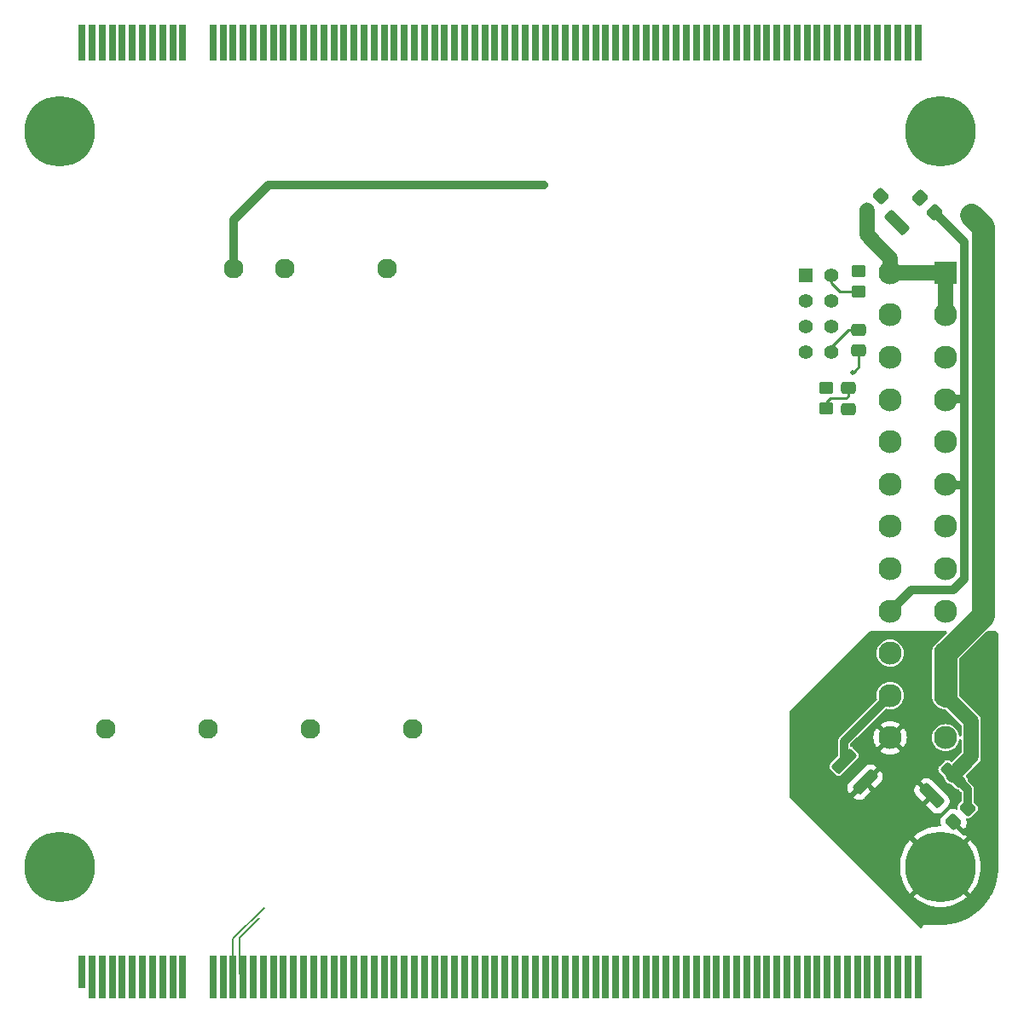
<source format=gbr>
%TF.GenerationSoftware,KiCad,Pcbnew,8.0.5*%
%TF.CreationDate,2024-10-29T15:45:57-04:00*%
%TF.ProjectId,Controller,436f6e74-726f-46c6-9c65-722e6b696361,rev?*%
%TF.SameCoordinates,Original*%
%TF.FileFunction,Copper,L2,Bot*%
%TF.FilePolarity,Positive*%
%FSLAX46Y46*%
G04 Gerber Fmt 4.6, Leading zero omitted, Abs format (unit mm)*
G04 Created by KiCad (PCBNEW 8.0.5) date 2024-10-29 15:45:57*
%MOMM*%
%LPD*%
G01*
G04 APERTURE LIST*
G04 Aperture macros list*
%AMRoundRect*
0 Rectangle with rounded corners*
0 $1 Rounding radius*
0 $2 $3 $4 $5 $6 $7 $8 $9 X,Y pos of 4 corners*
0 Add a 4 corners polygon primitive as box body*
4,1,4,$2,$3,$4,$5,$6,$7,$8,$9,$2,$3,0*
0 Add four circle primitives for the rounded corners*
1,1,$1+$1,$2,$3*
1,1,$1+$1,$4,$5*
1,1,$1+$1,$6,$7*
1,1,$1+$1,$8,$9*
0 Add four rect primitives between the rounded corners*
20,1,$1+$1,$2,$3,$4,$5,0*
20,1,$1+$1,$4,$5,$6,$7,0*
20,1,$1+$1,$6,$7,$8,$9,0*
20,1,$1+$1,$8,$9,$2,$3,0*%
G04 Aperture macros list end*
%TA.AperFunction,ComponentPad*%
%ADD10C,0.400000*%
%TD*%
%TA.AperFunction,ComponentPad*%
%ADD11C,7.000000*%
%TD*%
%TA.AperFunction,ComponentPad*%
%ADD12C,1.955800*%
%TD*%
%TA.AperFunction,ComponentPad*%
%ADD13R,1.397000X1.397000*%
%TD*%
%TA.AperFunction,ComponentPad*%
%ADD14C,1.397000*%
%TD*%
%TA.AperFunction,ComponentPad*%
%ADD15R,2.300000X2.300000*%
%TD*%
%TA.AperFunction,ComponentPad*%
%ADD16C,2.300000*%
%TD*%
%TA.AperFunction,ConnectorPad*%
%ADD17R,0.700000X3.200000*%
%TD*%
%TA.AperFunction,ConnectorPad*%
%ADD18R,0.700000X4.300000*%
%TD*%
%TA.AperFunction,SMDPad,CuDef*%
%ADD19RoundRect,0.250000X-1.007627X-0.548008X-0.548008X-1.007627X1.007627X0.548008X0.548008X1.007627X0*%
%TD*%
%TA.AperFunction,SMDPad,CuDef*%
%ADD20RoundRect,0.250000X0.565685X0.070711X0.070711X0.565685X-0.565685X-0.070711X-0.070711X-0.565685X0*%
%TD*%
%TA.AperFunction,SMDPad,CuDef*%
%ADD21RoundRect,0.250000X0.548008X-1.007627X1.007627X-0.548008X-0.548008X1.007627X-1.007627X0.548008X0*%
%TD*%
%TA.AperFunction,SMDPad,CuDef*%
%ADD22R,0.700000X3.600000*%
%TD*%
%TA.AperFunction,SMDPad,CuDef*%
%ADD23RoundRect,0.250000X-0.475000X0.337500X-0.475000X-0.337500X0.475000X-0.337500X0.475000X0.337500X0*%
%TD*%
%TA.AperFunction,SMDPad,CuDef*%
%ADD24RoundRect,0.250000X0.070711X-0.565685X0.565685X-0.070711X-0.070711X0.565685X-0.565685X0.070711X0*%
%TD*%
%TA.AperFunction,SMDPad,CuDef*%
%ADD25RoundRect,0.250000X0.450000X-0.350000X0.450000X0.350000X-0.450000X0.350000X-0.450000X-0.350000X0*%
%TD*%
%TA.AperFunction,SMDPad,CuDef*%
%ADD26RoundRect,0.250000X-0.548008X1.007627X-1.007627X0.548008X0.548008X-1.007627X1.007627X-0.548008X0*%
%TD*%
%TA.AperFunction,SMDPad,CuDef*%
%ADD27RoundRect,0.250000X-0.070711X0.565685X-0.565685X0.070711X0.070711X-0.565685X0.565685X-0.070711X0*%
%TD*%
%TA.AperFunction,SMDPad,CuDef*%
%ADD28RoundRect,0.250000X-0.450000X0.350000X-0.450000X-0.350000X0.450000X-0.350000X0.450000X0.350000X0*%
%TD*%
%TA.AperFunction,ViaPad*%
%ADD29C,0.460000*%
%TD*%
%TA.AperFunction,Conductor*%
%ADD30C,0.152400*%
%TD*%
%TA.AperFunction,Conductor*%
%ADD31C,0.279400*%
%TD*%
%TA.AperFunction,Conductor*%
%ADD32C,0.812800*%
%TD*%
%TA.AperFunction,Conductor*%
%ADD33C,2.286000*%
%TD*%
%TA.AperFunction,Conductor*%
%ADD34C,1.524000*%
%TD*%
G04 APERTURE END LIST*
D10*
%TO.P,H5,1,1*%
%TO.N,GND*%
X141749713Y-52267213D03*
X142549713Y-50317213D03*
X142549713Y-54217213D03*
X144499713Y-49517213D03*
D11*
X144499713Y-52267213D03*
D10*
X144499713Y-55017213D03*
X146449713Y-50317213D03*
X146449713Y-54217213D03*
X147249713Y-52267213D03*
%TD*%
D12*
%TO.P,U1,1,RC*%
%TO.N,unconnected-(U1-RC-Pad1)*%
X177005000Y-65900000D03*
%TO.P,U1,3,-VIN*%
%TO.N,GND*%
X166845000Y-65900000D03*
%TO.P,U1,4,+VIN*%
%TO.N,+12V*%
X161765000Y-65900000D03*
%TO.P,U1,5,+VOUT*%
%TO.N,+12VA*%
X149065000Y-111620000D03*
%TO.P,U1,6,COM*%
%TO.N,GNDA*%
X159225000Y-111620000D03*
%TO.P,U1,7,-VOUT*%
%TO.N,-12VA*%
X169385000Y-111620000D03*
%TO.P,U1,8,TRIM*%
%TO.N,unconnected-(U1-TRIM-Pad8)*%
X179545000Y-111620000D03*
%TD*%
D10*
%TO.P,H6,1,1*%
%TO.N,GND*%
X229199713Y-52267213D03*
X229999713Y-50317213D03*
X229999713Y-54217213D03*
X231949713Y-49517213D03*
D11*
X231949713Y-52267213D03*
D10*
X231949713Y-55017213D03*
X233899713Y-50317213D03*
X233899713Y-54217213D03*
X234699713Y-52267213D03*
%TD*%
%TO.P,H8,1,1*%
%TO.N,GND*%
X229199713Y-125317213D03*
X229999713Y-123367213D03*
X229999713Y-127267213D03*
X231949713Y-122567213D03*
D11*
X231949713Y-125317213D03*
D10*
X231949713Y-128067213D03*
X233899713Y-123367213D03*
X233899713Y-127267213D03*
X234699713Y-125317213D03*
%TD*%
D13*
%TO.P,J6,1,Pin_1*%
%TO.N,/HDD_LED+*%
X218605000Y-66600000D03*
D14*
%TO.P,J6,2,Pin_2*%
%TO.N,/HDD_LED-*%
X218605000Y-69140000D03*
%TO.P,J6,3,Pin_3*%
%TO.N,/~{RST_SW}*%
X218605000Y-71680000D03*
%TO.P,J6,4,Pin_4*%
%TO.N,GND*%
X218605000Y-74220000D03*
%TO.P,J6,5,Pin_5*%
X221145000Y-74220000D03*
%TO.P,J6,6,Pin_6*%
%TO.N,/~{PWR_SW}*%
X221145000Y-71680000D03*
%TO.P,J6,7,Pin_7*%
%TO.N,/PWR_LED-*%
X221145000Y-69140000D03*
%TO.P,J6,8,Pin_8*%
%TO.N,/PWR_LED+*%
X221145000Y-66600000D03*
%TD*%
D15*
%TO.P,J5,1,+3.3V*%
%TO.N,+3.3V*%
X232472500Y-66304002D03*
D16*
%TO.P,J5,2,+3.3V*%
X232472500Y-70504001D03*
%TO.P,J5,3,GND*%
%TO.N,GND*%
X232472500Y-74704000D03*
%TO.P,J5,4,+5V*%
%TO.N,VCC*%
X232472500Y-78904000D03*
%TO.P,J5,5,GND*%
%TO.N,GND*%
X232472500Y-83103999D03*
%TO.P,J5,6,+5V*%
%TO.N,VCC*%
X232472500Y-87303998D03*
%TO.P,J5,7,GND*%
%TO.N,GND*%
X232472500Y-91503997D03*
%TO.P,J5,8,PWR_OK*%
%TO.N,unconnected-(J5-PWR_OK-Pad8)*%
X232472500Y-95703997D03*
%TO.P,J5,9,+5VSB*%
%TO.N,+5VSB*%
X232472500Y-99903996D03*
%TO.P,J5,10,+12V*%
%TO.N,+12V*%
X232472500Y-104103992D03*
%TO.P,J5,11,+12V*%
X232472500Y-108303992D03*
%TO.P,J5,12,+3.3V*%
%TO.N,+3.3V*%
X232472500Y-112503991D03*
%TO.P,J5,13,+3.3V*%
X226972501Y-66304002D03*
%TO.P,J5,14,-12V*%
%TO.N,-12V*%
X226972501Y-70504001D03*
%TO.P,J5,15,GND*%
%TO.N,GND*%
X226972501Y-74704000D03*
%TO.P,J5,16,~{PS_ON}*%
%TO.N,/~{PS_ON}*%
X226972501Y-78904000D03*
%TO.P,J5,17,GND*%
%TO.N,GND*%
X226972501Y-83103999D03*
%TO.P,J5,18,GND*%
X226972501Y-87303998D03*
%TO.P,J5,19,GND*%
X226972501Y-91503997D03*
%TO.P,J5,20,NC*%
%TO.N,unconnected-(J5-NC-Pad20)*%
X226972501Y-95703997D03*
%TO.P,J5,21,+5V*%
%TO.N,VCC*%
X226972501Y-99903996D03*
%TO.P,J5,22,+5V*%
X226972501Y-104103992D03*
%TO.P,J5,23,+5V*%
X226972501Y-108303992D03*
%TO.P,J5,24,GND*%
%TO.N,GND*%
X226972501Y-112503991D03*
%TD*%
D17*
%TO.P,J1,A1,PRSNT#1*%
%TO.N,N/C*%
X146724713Y-135717213D03*
D18*
%TO.P,J1,A2,+12v*%
%TO.N,-12V*%
X147724713Y-136267213D03*
%TO.P,J1,A3,+12v*%
X148724713Y-136267213D03*
%TO.P,J1,A4,GND*%
%TO.N,GND*%
X149724713Y-136267213D03*
%TO.P,J1,A5,-12v*%
%TO.N,+12V*%
X150724713Y-136267213D03*
%TO.P,J1,A6,-12v*%
X151724713Y-136267213D03*
%TO.P,J1,A7,-12v*%
X152724713Y-136267213D03*
%TO.P,J1,A8,+5v*%
%TO.N,+5V*%
X153724713Y-136267213D03*
%TO.P,J1,A9,+3v3*%
%TO.N,N/C*%
X154724713Y-136267213D03*
%TO.P,J1,A10,+3v3*%
X155724713Y-136267213D03*
%TO.P,J1,A11,GND*%
%TO.N,GND*%
X156724713Y-136267213D03*
%TO.P,J1,A12,GND*%
X159724713Y-136267213D03*
%TO.P,J1,A13,AUDIO_TX*%
%TO.N,N/C*%
X160724713Y-136267213D03*
%TO.P,J1,A14,CV_IN*%
%TO.N,/CV*%
X161724713Y-136267213D03*
%TO.P,J1,A15,GND*%
%TO.N,GND*%
X162724713Y-136267213D03*
%TO.P,J1,A16,TRIG_OUT*%
%TO.N,N/C*%
X163724713Y-136267213D03*
%TO.P,J1,A17,GATE_IN*%
%TO.N,/GATE*%
X164724713Y-136267213D03*
%TO.P,J1,A18,AUDIO_GP0*%
%TO.N,N/C*%
X165724713Y-136267213D03*
%TO.P,J1,A19*%
X166724713Y-136267213D03*
%TO.P,J1,A20*%
X167724713Y-136267213D03*
%TO.P,J1,A21*%
X168724713Y-136267213D03*
%TO.P,J1,A22*%
X169724713Y-136267213D03*
%TO.P,J1,A23*%
X170724713Y-136267213D03*
%TO.P,J1,A24*%
X171724713Y-136267213D03*
%TO.P,J1,A25*%
X172724713Y-136267213D03*
%TO.P,J1,A26*%
X173724713Y-136267213D03*
%TO.P,J1,A27*%
X174724713Y-136267213D03*
%TO.P,J1,A28*%
X175724713Y-136267213D03*
%TO.P,J1,A29*%
X176724713Y-136267213D03*
%TO.P,J1,A30*%
X177724713Y-136267213D03*
%TO.P,J1,A31*%
X178724713Y-136267213D03*
%TO.P,J1,A32*%
X179724713Y-136267213D03*
%TO.P,J1,A33*%
X180724713Y-136267213D03*
%TO.P,J1,A34*%
X181724713Y-136267213D03*
%TO.P,J1,A35*%
X182724713Y-136267213D03*
%TO.P,J1,A36*%
X183724713Y-136267213D03*
%TO.P,J1,A37*%
X184724713Y-136267213D03*
%TO.P,J1,A38*%
X185724713Y-136267213D03*
%TO.P,J1,A39*%
X186724713Y-136267213D03*
%TO.P,J1,A40*%
X187724713Y-136267213D03*
%TO.P,J1,A41*%
X188724713Y-136267213D03*
%TO.P,J1,A42*%
X189724713Y-136267213D03*
%TO.P,J1,A43*%
X190724713Y-136267213D03*
%TO.P,J1,A44*%
X191724713Y-136267213D03*
%TO.P,J1,A45*%
X192724713Y-136267213D03*
%TO.P,J1,A46*%
X193724713Y-136267213D03*
%TO.P,J1,A47*%
X194724713Y-136267213D03*
%TO.P,J1,A48*%
X195724713Y-136267213D03*
%TO.P,J1,A49*%
X196724713Y-136267213D03*
%TO.P,J1,A50*%
X197724713Y-136267213D03*
%TO.P,J1,A51*%
X198724713Y-136267213D03*
%TO.P,J1,A52*%
X199724713Y-136267213D03*
%TO.P,J1,A53*%
X200724713Y-136267213D03*
%TO.P,J1,A54*%
X201724713Y-136267213D03*
%TO.P,J1,A55*%
X202724713Y-136267213D03*
%TO.P,J1,A56*%
X203724713Y-136267213D03*
%TO.P,J1,A57*%
X204724713Y-136267213D03*
%TO.P,J1,A58*%
X205724713Y-136267213D03*
%TO.P,J1,A59*%
X206724713Y-136267213D03*
%TO.P,J1,A60*%
X207724713Y-136267213D03*
%TO.P,J1,A61*%
X208724713Y-136267213D03*
%TO.P,J1,A62*%
X209724713Y-136267213D03*
%TO.P,J1,A63*%
X210724713Y-136267213D03*
%TO.P,J1,A64*%
X211724713Y-136267213D03*
%TO.P,J1,A65*%
X212724713Y-136267213D03*
%TO.P,J1,A66*%
X213724713Y-136267213D03*
%TO.P,J1,A67*%
X214724713Y-136267213D03*
%TO.P,J1,A68*%
X215724713Y-136267213D03*
%TO.P,J1,A69*%
X216724713Y-136267213D03*
%TO.P,J1,A70*%
X217724713Y-136267213D03*
%TO.P,J1,A71*%
X218724713Y-136267213D03*
%TO.P,J1,A72*%
X219724713Y-136267213D03*
%TO.P,J1,A73*%
X220724713Y-136267213D03*
%TO.P,J1,A74*%
X221724713Y-136267213D03*
%TO.P,J1,A75*%
X222724713Y-136267213D03*
%TO.P,J1,A76*%
X223724713Y-136267213D03*
%TO.P,J1,A77*%
X224724713Y-136267213D03*
%TO.P,J1,A78*%
X225724713Y-136267213D03*
%TO.P,J1,A79*%
X226724713Y-136267213D03*
%TO.P,J1,A80*%
X227724713Y-136267213D03*
%TO.P,J1,A81*%
X228724713Y-136267213D03*
%TO.P,J1,A82*%
X229724713Y-136267213D03*
%TD*%
D10*
%TO.P,H7,1,1*%
%TO.N,N/C*%
X142555169Y-127261757D03*
X141741997Y-125317213D03*
X144499713Y-128074929D03*
X142555169Y-123372669D03*
D11*
X144499713Y-125317213D03*
D10*
X146444257Y-127261757D03*
X144499713Y-122559497D03*
X147257429Y-125317213D03*
X146444257Y-123372669D03*
%TD*%
D19*
%TO.P,C3,1*%
%TO.N,VCC*%
X222386534Y-114814034D03*
%TO.P,C3,2*%
%TO.N,GND*%
X224472500Y-116900000D03*
%TD*%
D20*
%TO.P,R5,1*%
%TO.N,VCC*%
X231386714Y-60314214D03*
%TO.P,R5,2*%
%TO.N,GND*%
X229972500Y-58900000D03*
%TD*%
D21*
%TO.P,C5,1*%
%TO.N,+3.3V*%
X225519517Y-63412983D03*
%TO.P,C5,2*%
%TO.N,GND*%
X227605483Y-61327017D03*
%TD*%
D22*
%TO.P,J2,A1,A1*%
%TO.N,N/C*%
X146725000Y-43450000D03*
%TO.P,J2,A2,A2*%
X147725000Y-43450000D03*
%TO.P,J2,A3,A3*%
X148725000Y-43450000D03*
%TO.P,J2,A4,A4*%
X149725000Y-43450000D03*
%TO.P,J2,A5,A5*%
X150725000Y-43450000D03*
%TO.P,J2,A6,A6*%
X151725000Y-43450000D03*
%TO.P,J2,A7,A7*%
X152725000Y-43450000D03*
%TO.P,J2,A8,A8*%
X153725000Y-43450000D03*
%TO.P,J2,A9,A9*%
X154725000Y-43450000D03*
%TO.P,J2,A10,A10*%
X155725000Y-43450000D03*
%TO.P,J2,A11,A11*%
X156725000Y-43450000D03*
%TO.P,J2,A12,A12*%
X159725000Y-43450000D03*
%TO.P,J2,A13,A13*%
X160725000Y-43450000D03*
%TO.P,J2,A14,A14*%
X161725000Y-43450000D03*
%TO.P,J2,A15,A15*%
X162725000Y-43450000D03*
%TO.P,J2,A16,A16*%
X163725000Y-43450000D03*
%TO.P,J2,A17,A17*%
X164725000Y-43450000D03*
%TO.P,J2,A18,A18*%
X165725000Y-43450000D03*
%TO.P,J2,A19,A19*%
X166725000Y-43450000D03*
%TO.P,J2,A20,A20*%
X167725000Y-43450000D03*
%TO.P,J2,A21,A21*%
X168725000Y-43450000D03*
%TO.P,J2,A22,A22*%
X169725000Y-43450000D03*
%TO.P,J2,A23,A23*%
X170725000Y-43450000D03*
%TO.P,J2,A24,A24*%
X171725000Y-43450000D03*
%TO.P,J2,A25,A25*%
X172725000Y-43450000D03*
%TO.P,J2,A26,A26*%
X173725000Y-43450000D03*
%TO.P,J2,A27,A27*%
X174725000Y-43450000D03*
%TO.P,J2,A28,A28*%
X175725000Y-43450000D03*
%TO.P,J2,A29,A29*%
X176725000Y-43450000D03*
%TO.P,J2,A30,A30*%
X177725000Y-43450000D03*
%TO.P,J2,A31,A31*%
X178725000Y-43450000D03*
%TO.P,J2,A32,A32*%
X179725000Y-43450000D03*
%TO.P,J2,A33,A33*%
X180725000Y-43450000D03*
%TO.P,J2,A34,A34*%
X181725000Y-43450000D03*
%TO.P,J2,A35,A35*%
X182725000Y-43450000D03*
%TO.P,J2,A36,A36*%
X183725000Y-43450000D03*
%TO.P,J2,A37,A37*%
X184725000Y-43450000D03*
%TO.P,J2,A38,A38*%
X185725000Y-43450000D03*
%TO.P,J2,A39,A39*%
X186725000Y-43450000D03*
%TO.P,J2,A40,A40*%
X187725000Y-43450000D03*
%TO.P,J2,A41,A41*%
X188725000Y-43450000D03*
%TO.P,J2,A42,A42*%
X189725000Y-43450000D03*
%TO.P,J2,A43,A43*%
X190725000Y-43450000D03*
%TO.P,J2,A44,A44*%
X191725000Y-43450000D03*
%TO.P,J2,A45,A45*%
X192725000Y-43450000D03*
%TO.P,J2,A46,A46*%
X193725000Y-43450000D03*
%TO.P,J2,A47,A47*%
X194725000Y-43450000D03*
%TO.P,J2,A48,A48*%
X195725000Y-43450000D03*
%TO.P,J2,A49,A49*%
X196725000Y-43450000D03*
%TO.P,J2,A50,A50*%
X197725000Y-43450000D03*
%TO.P,J2,A51,A51*%
X198725000Y-43450000D03*
%TO.P,J2,A52,A52*%
X199725000Y-43450000D03*
%TO.P,J2,A53,A53*%
X200725000Y-43450000D03*
%TO.P,J2,A54,A54*%
X201725000Y-43450000D03*
%TO.P,J2,A55,A55*%
X202725000Y-43450000D03*
%TO.P,J2,A56,A56*%
X203725000Y-43450000D03*
%TO.P,J2,A57,A57*%
X204725000Y-43450000D03*
%TO.P,J2,A58,A58*%
X205725000Y-43450000D03*
%TO.P,J2,A59,A59*%
X206725000Y-43450000D03*
%TO.P,J2,A60,A60*%
X207725000Y-43450000D03*
%TO.P,J2,A61,A61*%
X208725000Y-43450000D03*
%TO.P,J2,A62,A62*%
X209725000Y-43450000D03*
%TO.P,J2,A63,A63*%
X210725000Y-43450000D03*
%TO.P,J2,A64,A64*%
X211725000Y-43450000D03*
%TO.P,J2,A65,A65*%
X212725000Y-43450000D03*
%TO.P,J2,A66,A66*%
X213725000Y-43450000D03*
%TO.P,J2,A67,A67*%
X214725000Y-43450000D03*
%TO.P,J2,A68,A68*%
X215725000Y-43450000D03*
%TO.P,J2,A69,A69*%
X216725000Y-43450000D03*
%TO.P,J2,A70,A70*%
X217725000Y-43450000D03*
%TO.P,J2,A71,A71*%
X218725000Y-43450000D03*
%TO.P,J2,A72,A72*%
X219725000Y-43450000D03*
%TO.P,J2,A73,A73*%
X220725000Y-43450000D03*
%TO.P,J2,A74,A74*%
X221725000Y-43450000D03*
%TO.P,J2,A75,A75*%
X222725000Y-43450000D03*
%TO.P,J2,A76,A76*%
X223725000Y-43450000D03*
%TO.P,J2,A77,A77*%
X224725000Y-43450000D03*
%TO.P,J2,A78,A78*%
X225725000Y-43450000D03*
%TO.P,J2,A79,A79*%
X226725000Y-43450000D03*
%TO.P,J2,A80,A80*%
X227725000Y-43450000D03*
%TO.P,J2,A81,A81*%
X228725000Y-43450000D03*
%TO.P,J2,A82,A82*%
X229725000Y-43450000D03*
%TD*%
D23*
%TO.P,C1,1*%
%TO.N,GND*%
X223805000Y-71962500D03*
%TO.P,C1,2*%
%TO.N,+5VSB*%
X223805000Y-74037500D03*
%TD*%
D24*
%TO.P,R6,1*%
%TO.N,+3.3V*%
X224645393Y-60137107D03*
%TO.P,R6,2*%
%TO.N,GND*%
X226059607Y-58722893D03*
%TD*%
D25*
%TO.P,R2,1*%
%TO.N,/~{RST_SIG}*%
X220605000Y-79800000D03*
%TO.P,R2,2*%
%TO.N,/~{RST_SW}*%
X220605000Y-77800000D03*
%TD*%
D26*
%TO.P,C4,1*%
%TO.N,+12V*%
X233208376Y-116182632D03*
%TO.P,C4,2*%
%TO.N,GND*%
X231122410Y-118268598D03*
%TD*%
D27*
%TO.P,R7,1*%
%TO.N,+12V*%
X234679607Y-119464384D03*
%TO.P,R7,2*%
%TO.N,GND*%
X233265393Y-120878598D03*
%TD*%
D28*
%TO.P,R8,1*%
%TO.N,VCC*%
X223805000Y-66200000D03*
%TO.P,R8,2*%
%TO.N,/PWR_LED+*%
X223805000Y-68200000D03*
%TD*%
D23*
%TO.P,C2,1*%
%TO.N,/~{RST_SIG}*%
X222805000Y-77762500D03*
%TO.P,C2,2*%
%TO.N,GND*%
X222805000Y-79837500D03*
%TD*%
D29*
%TO.N,+5VSB*%
X223280000Y-76275000D03*
%TD*%
D30*
%TO.N,GND*%
X164305000Y-130400000D02*
X164303368Y-130400000D01*
X164303368Y-130400000D02*
X162350913Y-132352455D01*
X162350913Y-132352455D02*
X162350913Y-135945913D01*
X162350913Y-135945913D02*
X162672213Y-136267213D01*
X162672213Y-136267213D02*
X162724713Y-136267213D01*
%TO.N,/CV*%
X161724713Y-132480287D02*
X164805000Y-129400000D01*
X161724713Y-136267213D02*
X161724713Y-132480287D01*
X164805000Y-129400000D02*
X164305000Y-129900000D01*
D31*
%TO.N,GND*%
X221145000Y-73660000D02*
X221145000Y-74220000D01*
X223805000Y-71962500D02*
X222842500Y-71962500D01*
X222842500Y-71962500D02*
X221145000Y-73660000D01*
D32*
%TO.N,+12V*%
X234679607Y-117653863D02*
X232697235Y-115671491D01*
X232697235Y-115671491D02*
X232515483Y-115671491D01*
X165205000Y-57600000D02*
X192605000Y-57600000D01*
D33*
X232472500Y-108303992D02*
X232472500Y-104103992D01*
D32*
X234679607Y-119464384D02*
X234679607Y-117653863D01*
D34*
X233208376Y-116182632D02*
X235015483Y-114375525D01*
D32*
X161765000Y-65900000D02*
X161765000Y-61040000D01*
X161765000Y-61040000D02*
X165205000Y-57600000D01*
D34*
X235015483Y-114375525D02*
X235015483Y-110846975D01*
D33*
X236172500Y-100403992D02*
X236172500Y-61767500D01*
X232472500Y-104103992D02*
X236172500Y-100403992D01*
D34*
X235015483Y-110846975D02*
X232472500Y-108303992D01*
D33*
X236172500Y-61767500D02*
X235005000Y-60600000D01*
D31*
%TO.N,+5VSB*%
X223805000Y-74037500D02*
X223805000Y-75750000D01*
X223330000Y-76275000D02*
X223605000Y-76000000D01*
X223280000Y-76275000D02*
X223330000Y-76275000D01*
X223805000Y-75750000D02*
X223280000Y-76275000D01*
%TO.N,/~{RST_SIG}*%
X222805000Y-78600000D02*
X222605000Y-78800000D01*
X220605000Y-79200000D02*
X220605000Y-79800000D01*
X221005000Y-78800000D02*
X220605000Y-79200000D01*
X222805000Y-77762500D02*
X222805000Y-78600000D01*
X222605000Y-78800000D02*
X221005000Y-78800000D01*
D32*
%TO.N,VCC*%
X232472500Y-78904000D02*
X232476500Y-78900000D01*
X234229607Y-78900000D02*
X234329607Y-79000000D01*
X232476500Y-78900000D02*
X234229607Y-78900000D01*
X234329607Y-63257107D02*
X233538750Y-62466250D01*
X234329607Y-63800000D02*
X234329607Y-63257107D01*
X233257517Y-97815997D02*
X234329607Y-96743907D01*
X232568502Y-87400000D02*
X234329607Y-87400000D01*
X222386534Y-114814034D02*
X222386534Y-112889959D01*
X234329607Y-63257107D02*
X231386714Y-60314214D01*
X229060500Y-97815997D02*
X233257517Y-97815997D01*
X234329607Y-96743907D02*
X234329607Y-79000000D01*
X226972501Y-99903996D02*
X229060500Y-97815997D01*
X222386534Y-112889959D02*
X226972501Y-108303992D01*
X232472500Y-87303998D02*
X232568502Y-87400000D01*
X234329607Y-79000000D02*
X234329607Y-63257107D01*
D34*
%TO.N,+3.3V*%
X224645393Y-62538859D02*
X224645393Y-60137107D01*
X232472500Y-70504001D02*
X232472500Y-66304002D01*
X225519517Y-63412983D02*
X224645393Y-62538859D01*
X226972501Y-64865967D02*
X225519517Y-63412983D01*
X226972501Y-66304002D02*
X232472500Y-66304002D01*
X226972501Y-66304002D02*
X226972501Y-64865967D01*
D31*
%TO.N,/PWR_LED+*%
X221145000Y-66600000D02*
X221145000Y-67340000D01*
X221145000Y-67340000D02*
X222005000Y-68200000D01*
X222005000Y-68200000D02*
X223805000Y-68200000D01*
%TD*%
%TA.AperFunction,Conductor*%
%TO.N,GND*%
G36*
X232544173Y-101919685D02*
G01*
X232589928Y-101972489D01*
X232599872Y-102041647D01*
X232570847Y-102105203D01*
X232564821Y-102111673D01*
X232261350Y-102415145D01*
X231641793Y-103034701D01*
X231625239Y-103048592D01*
X231601106Y-103065490D01*
X231601095Y-103065500D01*
X231434005Y-103232589D01*
X231298465Y-103426161D01*
X231298464Y-103426163D01*
X231198598Y-103640327D01*
X231198594Y-103640336D01*
X231137438Y-103868578D01*
X231137436Y-103868588D01*
X231116841Y-104103991D01*
X231116841Y-104103992D01*
X231128528Y-104237571D01*
X231129000Y-104248379D01*
X231129000Y-108159603D01*
X231128528Y-108170411D01*
X231116841Y-108303991D01*
X231116841Y-108303992D01*
X231137436Y-108539395D01*
X231137438Y-108539405D01*
X231198594Y-108767647D01*
X231198596Y-108767651D01*
X231198597Y-108767655D01*
X231204533Y-108780384D01*
X231298465Y-108981822D01*
X231298467Y-108981826D01*
X231406781Y-109136513D01*
X231434005Y-109175393D01*
X231601099Y-109342487D01*
X231697884Y-109410257D01*
X231794665Y-109478024D01*
X231794667Y-109478025D01*
X231794670Y-109478027D01*
X232008837Y-109577895D01*
X232237092Y-109639055D01*
X232421488Y-109655187D01*
X232486556Y-109680639D01*
X232498361Y-109691034D01*
X234016664Y-111209337D01*
X234050149Y-111270660D01*
X234052983Y-111297018D01*
X234052983Y-112243102D01*
X234033298Y-112310141D01*
X233980494Y-112355896D01*
X233911336Y-112365840D01*
X233847780Y-112336815D01*
X233810006Y-112278037D01*
X233809013Y-112273798D01*
X233808964Y-112273812D01*
X233746405Y-112040335D01*
X233746404Y-112040334D01*
X233746403Y-112040328D01*
X233646535Y-111826162D01*
X233515188Y-111638577D01*
X233510994Y-111632588D01*
X233343902Y-111465497D01*
X233343895Y-111465492D01*
X233150334Y-111329958D01*
X233150330Y-111329956D01*
X233079694Y-111297018D01*
X232936163Y-111230088D01*
X232936159Y-111230087D01*
X232936155Y-111230085D01*
X232707913Y-111168929D01*
X232707903Y-111168927D01*
X232472501Y-111148332D01*
X232472499Y-111148332D01*
X232237096Y-111168927D01*
X232237086Y-111168929D01*
X232008844Y-111230085D01*
X232008835Y-111230089D01*
X231794671Y-111329955D01*
X231794669Y-111329956D01*
X231601097Y-111465496D01*
X231434005Y-111632588D01*
X231298465Y-111826160D01*
X231298464Y-111826162D01*
X231198598Y-112040326D01*
X231198594Y-112040335D01*
X231137438Y-112268577D01*
X231137436Y-112268587D01*
X231116841Y-112503990D01*
X231116841Y-112503991D01*
X231137436Y-112739394D01*
X231137438Y-112739404D01*
X231198594Y-112967646D01*
X231198596Y-112967650D01*
X231198597Y-112967654D01*
X231272280Y-113125667D01*
X231298465Y-113181821D01*
X231298467Y-113181825D01*
X231349977Y-113255388D01*
X231434005Y-113375392D01*
X231601099Y-113542486D01*
X231697884Y-113610256D01*
X231794665Y-113678023D01*
X231794667Y-113678024D01*
X231794670Y-113678026D01*
X232008837Y-113777894D01*
X232237092Y-113839054D01*
X232425418Y-113855530D01*
X232472499Y-113859650D01*
X232472500Y-113859650D01*
X232472501Y-113859650D01*
X232511734Y-113856217D01*
X232707908Y-113839054D01*
X232936163Y-113777894D01*
X233150330Y-113678026D01*
X233343901Y-113542486D01*
X233510995Y-113375392D01*
X233646535Y-113181821D01*
X233746403Y-112967654D01*
X233807563Y-112739399D01*
X233807563Y-112739398D01*
X233808964Y-112734170D01*
X233811128Y-112734749D01*
X233837891Y-112680746D01*
X233897838Y-112644854D01*
X233967672Y-112647069D01*
X234025223Y-112686688D01*
X234052219Y-112751132D01*
X234052983Y-112764879D01*
X234052983Y-113925482D01*
X234033298Y-113992521D01*
X234016664Y-114013163D01*
X233163828Y-114865999D01*
X233102505Y-114899484D01*
X233032813Y-114894500D01*
X232988466Y-114865999D01*
X232940552Y-114818085D01*
X232940548Y-114818081D01*
X232917011Y-114798580D01*
X232917010Y-114798579D01*
X232853578Y-114768032D01*
X232794656Y-114739657D01*
X232660368Y-114719416D01*
X232526081Y-114739657D01*
X232526078Y-114739657D01*
X232403729Y-114798577D01*
X232403724Y-114798580D01*
X232380196Y-114818074D01*
X232380169Y-114818098D01*
X231843842Y-115354425D01*
X231843818Y-115354452D01*
X231824324Y-115377980D01*
X231824321Y-115377985D01*
X231765401Y-115500334D01*
X231765401Y-115500337D01*
X231745160Y-115634624D01*
X231765401Y-115768911D01*
X231824323Y-115891266D01*
X231824324Y-115891267D01*
X231843825Y-115914804D01*
X231843829Y-115914808D01*
X232229067Y-116300046D01*
X232262552Y-116361369D01*
X232263003Y-116363536D01*
X232282861Y-116463374D01*
X232282864Y-116463383D01*
X232355415Y-116638540D01*
X232355422Y-116638553D01*
X232460752Y-116796189D01*
X232460755Y-116796193D01*
X232594814Y-116930252D01*
X232594818Y-116930255D01*
X232752454Y-117035585D01*
X232752467Y-117035592D01*
X232857560Y-117079122D01*
X232927626Y-117108144D01*
X233027473Y-117128004D01*
X233089380Y-117160387D01*
X233090960Y-117161939D01*
X233476204Y-117547183D01*
X233499741Y-117566684D01*
X233622096Y-117625607D01*
X233756384Y-117645848D01*
X233761943Y-117645848D01*
X233828982Y-117665533D01*
X233849624Y-117682167D01*
X234036388Y-117868930D01*
X234069873Y-117930253D01*
X234072707Y-117956611D01*
X234072707Y-118746423D01*
X234053022Y-118813462D01*
X234036388Y-118834104D01*
X233757002Y-119113489D01*
X233737496Y-119137031D01*
X233678574Y-119259386D01*
X233658333Y-119393673D01*
X233673662Y-119495372D01*
X233664189Y-119564597D01*
X233618795Y-119617711D01*
X233551891Y-119637851D01*
X233495398Y-119624665D01*
X233452947Y-119603346D01*
X233282342Y-119562912D01*
X233107022Y-119562912D01*
X232936420Y-119603345D01*
X232779743Y-119682031D01*
X232699706Y-119747230D01*
X232699691Y-119747243D01*
X232134045Y-120312890D01*
X232134026Y-120312911D01*
X232068830Y-120392942D01*
X232068826Y-120392948D01*
X231990140Y-120549625D01*
X231949707Y-120720226D01*
X231949707Y-120895547D01*
X231990140Y-121066150D01*
X232024398Y-121134364D01*
X232036894Y-121203108D01*
X232010240Y-121267694D01*
X231952900Y-121307617D01*
X231919671Y-121313865D01*
X231557162Y-121331674D01*
X231168404Y-121389342D01*
X230787163Y-121484838D01*
X230417153Y-121617229D01*
X230417137Y-121617236D01*
X230061848Y-121785275D01*
X229724754Y-121987322D01*
X229409081Y-122221441D01*
X229303335Y-122317282D01*
X230723346Y-123737293D01*
X230628192Y-123810307D01*
X230442807Y-123995692D01*
X230369793Y-124090845D01*
X229616323Y-123337376D01*
X229849713Y-123337376D01*
X229849713Y-123397050D01*
X229872549Y-123452181D01*
X229914745Y-123494377D01*
X229969876Y-123517213D01*
X230029550Y-123517213D01*
X230084681Y-123494377D01*
X230126877Y-123452181D01*
X230149713Y-123397050D01*
X230149713Y-123337376D01*
X230126877Y-123282245D01*
X230084681Y-123240049D01*
X230029550Y-123217213D01*
X229969876Y-123217213D01*
X229914745Y-123240049D01*
X229872549Y-123282245D01*
X229849713Y-123337376D01*
X229616323Y-123337376D01*
X228949782Y-122670835D01*
X228853941Y-122776581D01*
X228619822Y-123092254D01*
X228417775Y-123429348D01*
X228249736Y-123784637D01*
X228249729Y-123784653D01*
X228117338Y-124154663D01*
X228021842Y-124535904D01*
X227964174Y-124924662D01*
X227944889Y-125317211D01*
X227964174Y-125709763D01*
X228021842Y-126098521D01*
X228117338Y-126479762D01*
X228249729Y-126849772D01*
X228249736Y-126849788D01*
X228417775Y-127205077D01*
X228619822Y-127542171D01*
X228853941Y-127857845D01*
X228949781Y-127963589D01*
X228949782Y-127963589D01*
X229675995Y-127237376D01*
X229849713Y-127237376D01*
X229849713Y-127297050D01*
X229872549Y-127352181D01*
X229914745Y-127394377D01*
X229969876Y-127417213D01*
X230029550Y-127417213D01*
X230084681Y-127394377D01*
X230126877Y-127352181D01*
X230149713Y-127297050D01*
X230149713Y-127237376D01*
X230126877Y-127182245D01*
X230084681Y-127140049D01*
X230029550Y-127117213D01*
X229969876Y-127117213D01*
X229914745Y-127140049D01*
X229872549Y-127182245D01*
X229849713Y-127237376D01*
X229675995Y-127237376D01*
X230369792Y-126543579D01*
X230442807Y-126638734D01*
X230628192Y-126824119D01*
X230723345Y-126897132D01*
X229303335Y-128317142D01*
X229303335Y-128317143D01*
X229409080Y-128412984D01*
X229724754Y-128647103D01*
X230061848Y-128849150D01*
X230417137Y-129017189D01*
X230417153Y-129017196D01*
X230787163Y-129149587D01*
X231168404Y-129245083D01*
X231557162Y-129302751D01*
X231949713Y-129322036D01*
X232342263Y-129302751D01*
X232731021Y-129245083D01*
X233112262Y-129149587D01*
X233482272Y-129017196D01*
X233482288Y-129017189D01*
X233837577Y-128849150D01*
X234174671Y-128647103D01*
X234490345Y-128412983D01*
X234596089Y-128317142D01*
X233516323Y-127237376D01*
X233749713Y-127237376D01*
X233749713Y-127297050D01*
X233772549Y-127352181D01*
X233814745Y-127394377D01*
X233869876Y-127417213D01*
X233929550Y-127417213D01*
X233984681Y-127394377D01*
X234026877Y-127352181D01*
X234049713Y-127297050D01*
X234049713Y-127237376D01*
X234026877Y-127182245D01*
X233984681Y-127140049D01*
X233929550Y-127117213D01*
X233869876Y-127117213D01*
X233814745Y-127140049D01*
X233772549Y-127182245D01*
X233749713Y-127237376D01*
X233516323Y-127237376D01*
X233176079Y-126897132D01*
X233271234Y-126824119D01*
X233456619Y-126638734D01*
X233529632Y-126543579D01*
X234949642Y-127963589D01*
X235045483Y-127857845D01*
X235279603Y-127542171D01*
X235481650Y-127205077D01*
X235649689Y-126849788D01*
X235649696Y-126849772D01*
X235782087Y-126479762D01*
X235877583Y-126098521D01*
X235935251Y-125709763D01*
X235954537Y-125317211D01*
X235935251Y-124924662D01*
X235877583Y-124535904D01*
X235782087Y-124154663D01*
X235649696Y-123784653D01*
X235649689Y-123784637D01*
X235481650Y-123429348D01*
X235279603Y-123092254D01*
X235045484Y-122776580D01*
X234949643Y-122670835D01*
X234949642Y-122670835D01*
X233529632Y-124090845D01*
X233456619Y-123995692D01*
X233271234Y-123810307D01*
X233176079Y-123737292D01*
X233575995Y-123337376D01*
X233749713Y-123337376D01*
X233749713Y-123397050D01*
X233772549Y-123452181D01*
X233814745Y-123494377D01*
X233869876Y-123517213D01*
X233929550Y-123517213D01*
X233984681Y-123494377D01*
X234026877Y-123452181D01*
X234049713Y-123397050D01*
X234049713Y-123337376D01*
X234026877Y-123282245D01*
X233984681Y-123240049D01*
X233929550Y-123217213D01*
X233869876Y-123217213D01*
X233814745Y-123240049D01*
X233772549Y-123282245D01*
X233749713Y-123337376D01*
X233575995Y-123337376D01*
X234596089Y-122317282D01*
X234596089Y-122317281D01*
X234507824Y-122237283D01*
X234321887Y-122237283D01*
X234254848Y-122217598D01*
X234234206Y-122200964D01*
X232999521Y-120966279D01*
X232966036Y-120904956D01*
X232971020Y-120835264D01*
X232999521Y-120790917D01*
X233177712Y-120612726D01*
X233239035Y-120579241D01*
X233308727Y-120584225D01*
X233353074Y-120612726D01*
X234290697Y-121550349D01*
X234396740Y-121444305D01*
X234396759Y-121444284D01*
X234461955Y-121364253D01*
X234461959Y-121364247D01*
X234540645Y-121207570D01*
X234581079Y-121036969D01*
X234581079Y-120861648D01*
X234540645Y-120691045D01*
X234519325Y-120648593D01*
X234506829Y-120579850D01*
X234533482Y-120515264D01*
X234590822Y-120475340D01*
X234648614Y-120470328D01*
X234750318Y-120485658D01*
X234884605Y-120465417D01*
X235006960Y-120406494D01*
X235030497Y-120386993D01*
X235602216Y-119815274D01*
X235621717Y-119791737D01*
X235680640Y-119669382D01*
X235700881Y-119535095D01*
X235680640Y-119400807D01*
X235621717Y-119278452D01*
X235602216Y-119254915D01*
X235322826Y-118975525D01*
X235289341Y-118914202D01*
X235286507Y-118887844D01*
X235286507Y-117573965D01*
X235286507Y-117573963D01*
X235245148Y-117419608D01*
X235165248Y-117281217D01*
X234707911Y-116823880D01*
X234674426Y-116762557D01*
X234671592Y-116736199D01*
X234671592Y-116730640D01*
X234651351Y-116596352D01*
X234592428Y-116473997D01*
X234572927Y-116450460D01*
X234525008Y-116402541D01*
X234491523Y-116341218D01*
X234496507Y-116271526D01*
X234525008Y-116227179D01*
X235109948Y-115642240D01*
X235763105Y-114989083D01*
X235868440Y-114831440D01*
X235914841Y-114719416D01*
X235940995Y-114656276D01*
X235977983Y-114470323D01*
X235977983Y-110752177D01*
X235940995Y-110566224D01*
X235919744Y-110514922D01*
X235919744Y-110514920D01*
X235868443Y-110391067D01*
X235868442Y-110391066D01*
X235868440Y-110391060D01*
X235763106Y-110233417D01*
X235763103Y-110233413D01*
X233859542Y-108329853D01*
X233826057Y-108268530D01*
X233823695Y-108252978D01*
X233816472Y-108170411D01*
X233816000Y-108159605D01*
X233816000Y-104711849D01*
X233835685Y-104644810D01*
X233852319Y-104624168D01*
X236540168Y-101936319D01*
X236601491Y-101902834D01*
X236627849Y-101900000D01*
X237410745Y-101900000D01*
X237477784Y-101919685D01*
X237498426Y-101936319D01*
X237713107Y-102151000D01*
X237746592Y-102212323D01*
X237749426Y-102238681D01*
X237749420Y-125277329D01*
X237749420Y-125314787D01*
X237749324Y-125319655D01*
X237731732Y-125767382D01*
X237730968Y-125777089D01*
X237678586Y-126219646D01*
X237677063Y-126229262D01*
X237590121Y-126666346D01*
X237587848Y-126675814D01*
X237466883Y-127104721D01*
X237463875Y-127113981D01*
X237309625Y-127532092D01*
X237305899Y-127541087D01*
X237119321Y-127945806D01*
X237114900Y-127954481D01*
X236897155Y-128343292D01*
X236892068Y-128351594D01*
X236644477Y-128722141D01*
X236638754Y-128730018D01*
X236362855Y-129079993D01*
X236356532Y-129087396D01*
X236054028Y-129414643D01*
X236047143Y-129421528D01*
X235719896Y-129724032D01*
X235712493Y-129730355D01*
X235362518Y-130006254D01*
X235354641Y-130011977D01*
X234984094Y-130259568D01*
X234975792Y-130264655D01*
X234586981Y-130482400D01*
X234578306Y-130486821D01*
X234173587Y-130673399D01*
X234164592Y-130677125D01*
X233746481Y-130831375D01*
X233737221Y-130834383D01*
X233308314Y-130955348D01*
X233298846Y-130957621D01*
X232861762Y-131044563D01*
X232852146Y-131046086D01*
X232409589Y-131098468D01*
X232399882Y-131099232D01*
X231952155Y-131116824D01*
X231947287Y-131116920D01*
X231898873Y-131116920D01*
X231898811Y-131116925D01*
X230426889Y-131116719D01*
X230426823Y-131116713D01*
X230414595Y-131116713D01*
X230377655Y-131116713D01*
X230377647Y-131116712D01*
X230334855Y-131116706D01*
X230334825Y-131116712D01*
X230334538Y-131116834D01*
X230299480Y-131131355D01*
X230299468Y-131131360D01*
X230261148Y-131147227D01*
X230234339Y-131174037D01*
X230234327Y-131174049D01*
X230204741Y-131203626D01*
X230188888Y-131241901D01*
X230188882Y-131241916D01*
X230173907Y-131278054D01*
X230173386Y-131282427D01*
X230172614Y-131287187D01*
X230171004Y-131286925D01*
X230154528Y-131343039D01*
X230101724Y-131388794D01*
X230050213Y-131400000D01*
X230013469Y-131400000D01*
X229946430Y-131380315D01*
X229925788Y-131363681D01*
X216998426Y-118436319D01*
X216970361Y-118384922D01*
X223341129Y-118384922D01*
X223429505Y-118473298D01*
X223509547Y-118538503D01*
X223509560Y-118538512D01*
X223666227Y-118617193D01*
X223836832Y-118657628D01*
X224012152Y-118657628D01*
X224182756Y-118617193D01*
X224339432Y-118538508D01*
X224419470Y-118473307D01*
X224419488Y-118473291D01*
X225055862Y-117836916D01*
X225055862Y-117836915D01*
X224851876Y-117632929D01*
X229364782Y-117632929D01*
X229364782Y-117808250D01*
X229405216Y-117978854D01*
X229483901Y-118135530D01*
X229549102Y-118215568D01*
X229549118Y-118215586D01*
X230185492Y-118851961D01*
X230185493Y-118851961D01*
X230768857Y-118268598D01*
X229637486Y-117137227D01*
X229637485Y-117137227D01*
X229549116Y-117225597D01*
X229549115Y-117225598D01*
X229483906Y-117305645D01*
X229483897Y-117305658D01*
X229405216Y-117462325D01*
X229364782Y-117632929D01*
X224851876Y-117632929D01*
X224472501Y-117253553D01*
X224472500Y-117253553D01*
X223341129Y-118384922D01*
X216970361Y-118384922D01*
X216964941Y-118374996D01*
X216962107Y-118348638D01*
X216962107Y-117360347D01*
X222714872Y-117360347D01*
X222714872Y-117535668D01*
X222755306Y-117706272D01*
X222833987Y-117862939D01*
X222833992Y-117862946D01*
X222899194Y-117942988D01*
X222987576Y-118031370D01*
X224118949Y-116899998D01*
X224826053Y-116899998D01*
X224826053Y-116900001D01*
X225409414Y-117483362D01*
X225409415Y-117483362D01*
X226045788Y-116846989D01*
X226045807Y-116846968D01*
X226097368Y-116783674D01*
X229991039Y-116783674D01*
X231388281Y-118180916D01*
X231421766Y-118242239D01*
X231416782Y-118311931D01*
X231388281Y-118356278D01*
X230539047Y-119205512D01*
X230539047Y-119205514D01*
X231175420Y-119841886D01*
X231175441Y-119841905D01*
X231255472Y-119907101D01*
X231255485Y-119907110D01*
X231412153Y-119985791D01*
X231582758Y-120026226D01*
X231758078Y-120026226D01*
X231928682Y-119985791D01*
X232085349Y-119907110D01*
X232085356Y-119907105D01*
X232165398Y-119841903D01*
X232165413Y-119841889D01*
X232695698Y-119311602D01*
X232695717Y-119311581D01*
X232760913Y-119231550D01*
X232760922Y-119231537D01*
X232839603Y-119074870D01*
X232880038Y-118904266D01*
X232880038Y-118728945D01*
X232839603Y-118558341D01*
X232760918Y-118401665D01*
X232695717Y-118321627D01*
X232695701Y-118321609D01*
X231069399Y-116695309D01*
X231069378Y-116695290D01*
X230989347Y-116630094D01*
X230989334Y-116630085D01*
X230832666Y-116551404D01*
X230662062Y-116510970D01*
X230486742Y-116510970D01*
X230316137Y-116551404D01*
X230159470Y-116630085D01*
X230159463Y-116630090D01*
X230079421Y-116695292D01*
X230079406Y-116695306D01*
X229991039Y-116783674D01*
X226097368Y-116783674D01*
X226111003Y-116766937D01*
X226111012Y-116766924D01*
X226189693Y-116610256D01*
X226230128Y-116439652D01*
X226230128Y-116264331D01*
X226189693Y-116093727D01*
X226111012Y-115937060D01*
X226111007Y-115937053D01*
X226045805Y-115857011D01*
X226045801Y-115857007D01*
X225957422Y-115768629D01*
X224826053Y-116899998D01*
X224118949Y-116899998D01*
X224472500Y-116546447D01*
X225603870Y-115415076D01*
X225515494Y-115326701D01*
X225435452Y-115261496D01*
X225435439Y-115261487D01*
X225278772Y-115182806D01*
X225108168Y-115142372D01*
X224932848Y-115142372D01*
X224762243Y-115182806D01*
X224605567Y-115261491D01*
X224525529Y-115326692D01*
X224525511Y-115326708D01*
X222899211Y-116953010D01*
X222899192Y-116953031D01*
X222833996Y-117033062D01*
X222833987Y-117033075D01*
X222755306Y-117189743D01*
X222714872Y-117360347D01*
X216962107Y-117360347D01*
X216962107Y-115362041D01*
X220923318Y-115362041D01*
X220943559Y-115496328D01*
X220943559Y-115496331D01*
X221002479Y-115618680D01*
X221002482Y-115618685D01*
X221015051Y-115633855D01*
X221021983Y-115642222D01*
X221021992Y-115642231D01*
X221022000Y-115642240D01*
X221558327Y-116178567D01*
X221558336Y-116178575D01*
X221558346Y-116178585D01*
X221569851Y-116188117D01*
X221581882Y-116198085D01*
X221581887Y-116198088D01*
X221642296Y-116227179D01*
X221704239Y-116257009D01*
X221838526Y-116277250D01*
X221972814Y-116257009D01*
X222095169Y-116198086D01*
X222118706Y-116178585D01*
X223751085Y-114546206D01*
X223770586Y-114522669D01*
X223829509Y-114400314D01*
X223849750Y-114266026D01*
X223829509Y-114131739D01*
X223803673Y-114078089D01*
X223770588Y-114009387D01*
X223770585Y-114009382D01*
X223756615Y-113992521D01*
X223751085Y-113985846D01*
X223751075Y-113985836D01*
X223751067Y-113985827D01*
X223214740Y-113449500D01*
X223214731Y-113449492D01*
X223214722Y-113449483D01*
X223206355Y-113442551D01*
X223191185Y-113429982D01*
X223191183Y-113429981D01*
X223063632Y-113368555D01*
X223011772Y-113321732D01*
X222993434Y-113256835D01*
X222993434Y-113192706D01*
X223013119Y-113125667D01*
X223029748Y-113105030D01*
X223630787Y-112503991D01*
X225317399Y-112503991D01*
X225337775Y-112762903D01*
X225398402Y-113015436D01*
X225398407Y-113015453D01*
X225497791Y-113255388D01*
X225497793Y-113255391D01*
X225633493Y-113476833D01*
X225633494Y-113476834D01*
X225639302Y-113483635D01*
X226182023Y-112940915D01*
X226273425Y-113077708D01*
X226398784Y-113203067D01*
X226535575Y-113294468D01*
X225992855Y-113837188D01*
X225999658Y-113842998D01*
X226221100Y-113978698D01*
X226221103Y-113978700D01*
X226461038Y-114078084D01*
X226461055Y-114078089D01*
X226713589Y-114138716D01*
X226713588Y-114138716D01*
X226972501Y-114159092D01*
X227231413Y-114138716D01*
X227483946Y-114078089D01*
X227483963Y-114078084D01*
X227723898Y-113978700D01*
X227723901Y-113978698D01*
X227945345Y-113842996D01*
X227952145Y-113837188D01*
X227409425Y-113294468D01*
X227546218Y-113203067D01*
X227671577Y-113077708D01*
X227762978Y-112940915D01*
X228305698Y-113483635D01*
X228311506Y-113476835D01*
X228447208Y-113255391D01*
X228447210Y-113255388D01*
X228546594Y-113015453D01*
X228546599Y-113015436D01*
X228607226Y-112762903D01*
X228627602Y-112503991D01*
X228607226Y-112245078D01*
X228546599Y-111992545D01*
X228546594Y-111992528D01*
X228447210Y-111752593D01*
X228447208Y-111752590D01*
X228311508Y-111531148D01*
X228305698Y-111524345D01*
X227762978Y-112067065D01*
X227671577Y-111930274D01*
X227546218Y-111804915D01*
X227409425Y-111713513D01*
X227952146Y-111170792D01*
X227945344Y-111164984D01*
X227945343Y-111164983D01*
X227723901Y-111029283D01*
X227723898Y-111029281D01*
X227483963Y-110929897D01*
X227483946Y-110929892D01*
X227231412Y-110869265D01*
X227231413Y-110869265D01*
X226972501Y-110848889D01*
X226713588Y-110869265D01*
X226461055Y-110929892D01*
X226461038Y-110929897D01*
X226221103Y-111029281D01*
X226221100Y-111029283D01*
X225999656Y-111164984D01*
X225992854Y-111170791D01*
X226535576Y-111713513D01*
X226398784Y-111804915D01*
X226273425Y-111930274D01*
X226182023Y-112067065D01*
X225639302Y-111524344D01*
X225633494Y-111531146D01*
X225497793Y-111752590D01*
X225497791Y-111752593D01*
X225398407Y-111992528D01*
X225398402Y-111992545D01*
X225337775Y-112245078D01*
X225317399Y-112503991D01*
X223630787Y-112503991D01*
X226496109Y-109638668D01*
X226557430Y-109605185D01*
X226615877Y-109606575D01*
X226737093Y-109639055D01*
X226921478Y-109655187D01*
X226972500Y-109659651D01*
X226972501Y-109659651D01*
X226972502Y-109659651D01*
X227011735Y-109656218D01*
X227207909Y-109639055D01*
X227436164Y-109577895D01*
X227650331Y-109478027D01*
X227843902Y-109342487D01*
X228010996Y-109175393D01*
X228146536Y-108981822D01*
X228246404Y-108767655D01*
X228307564Y-108539400D01*
X228328160Y-108303992D01*
X228307564Y-108068584D01*
X228246404Y-107840329D01*
X228146536Y-107626163D01*
X228010996Y-107432591D01*
X228010995Y-107432589D01*
X227843903Y-107265498D01*
X227843896Y-107265493D01*
X227650335Y-107129959D01*
X227650331Y-107129957D01*
X227650329Y-107129956D01*
X227436164Y-107030089D01*
X227436160Y-107030088D01*
X227436156Y-107030086D01*
X227207914Y-106968930D01*
X227207904Y-106968928D01*
X226972502Y-106948333D01*
X226972500Y-106948333D01*
X226737097Y-106968928D01*
X226737087Y-106968930D01*
X226508845Y-107030086D01*
X226508836Y-107030090D01*
X226294672Y-107129956D01*
X226294670Y-107129957D01*
X226101098Y-107265497D01*
X225934006Y-107432589D01*
X225798466Y-107626161D01*
X225798465Y-107626163D01*
X225698599Y-107840327D01*
X225698595Y-107840336D01*
X225637439Y-108068578D01*
X225637437Y-108068588D01*
X225616842Y-108303991D01*
X225616842Y-108303992D01*
X225637437Y-108539395D01*
X225637440Y-108539408D01*
X225669915Y-108660611D01*
X225668252Y-108730460D01*
X225637821Y-108780384D01*
X222013889Y-112404318D01*
X221900895Y-112517311D01*
X221900893Y-112517314D01*
X221820993Y-112655702D01*
X221779634Y-112810059D01*
X221779634Y-114272849D01*
X221759949Y-114339888D01*
X221743315Y-114360530D01*
X221021987Y-115081857D01*
X221002481Y-115105399D01*
X220943559Y-115227754D01*
X220923318Y-115362041D01*
X216962107Y-115362041D01*
X216962107Y-109951362D01*
X216981792Y-109884323D01*
X216998426Y-109863681D01*
X222758116Y-104103991D01*
X225616842Y-104103991D01*
X225616842Y-104103992D01*
X225637437Y-104339395D01*
X225637439Y-104339405D01*
X225698595Y-104567647D01*
X225698597Y-104567651D01*
X225698598Y-104567655D01*
X225765837Y-104711849D01*
X225798466Y-104781822D01*
X225798468Y-104781826D01*
X225906782Y-104936513D01*
X225934006Y-104975393D01*
X226101100Y-105142487D01*
X226197885Y-105210257D01*
X226294666Y-105278024D01*
X226294668Y-105278025D01*
X226294671Y-105278027D01*
X226508838Y-105377895D01*
X226737093Y-105439055D01*
X226925419Y-105455531D01*
X226972500Y-105459651D01*
X226972501Y-105459651D01*
X226972502Y-105459651D01*
X227011735Y-105456218D01*
X227207909Y-105439055D01*
X227436164Y-105377895D01*
X227650331Y-105278027D01*
X227843902Y-105142487D01*
X228010996Y-104975393D01*
X228146536Y-104781822D01*
X228246404Y-104567655D01*
X228307564Y-104339400D01*
X228328160Y-104103992D01*
X228307564Y-103868584D01*
X228246404Y-103640329D01*
X228146536Y-103426163D01*
X228145725Y-103425004D01*
X228010995Y-103232589D01*
X227843903Y-103065498D01*
X227843896Y-103065493D01*
X227650335Y-102929959D01*
X227650331Y-102929957D01*
X227559670Y-102887681D01*
X227436164Y-102830089D01*
X227436160Y-102830088D01*
X227436156Y-102830086D01*
X227207914Y-102768930D01*
X227207904Y-102768928D01*
X226972502Y-102748333D01*
X226972500Y-102748333D01*
X226737097Y-102768928D01*
X226737087Y-102768930D01*
X226508845Y-102830086D01*
X226508836Y-102830090D01*
X226294672Y-102929956D01*
X226294670Y-102929957D01*
X226101098Y-103065497D01*
X225934006Y-103232589D01*
X225798466Y-103426161D01*
X225798465Y-103426163D01*
X225698599Y-103640327D01*
X225698595Y-103640336D01*
X225637439Y-103868578D01*
X225637437Y-103868588D01*
X225616842Y-104103991D01*
X222758116Y-104103991D01*
X224925788Y-101936319D01*
X224987111Y-101902834D01*
X225013469Y-101900000D01*
X232477134Y-101900000D01*
X232544173Y-101919685D01*
G37*
%TD.AperFunction*%
%TD*%
M02*

</source>
